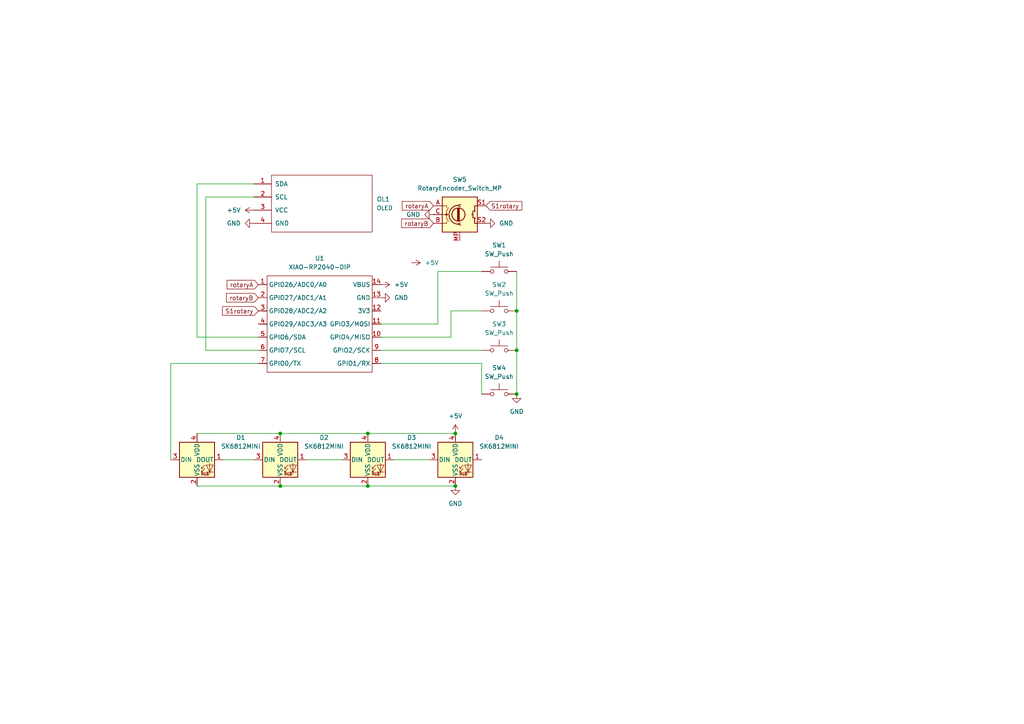
<source format=kicad_sch>
(kicad_sch
	(version 20250114)
	(generator "eeschema")
	(generator_version "9.0")
	(uuid "3fd7bcec-ee33-4edf-a332-b1b3e5baad33")
	(paper "A4")
	(lib_symbols
		(symbol "Device:RotaryEncoder_Switch_MP"
			(pin_names
				(offset 0.254)
				(hide yes)
			)
			(exclude_from_sim no)
			(in_bom yes)
			(on_board yes)
			(property "Reference" "SW"
				(at 0 8.89 0)
				(effects
					(font
						(size 1.27 1.27)
					)
				)
			)
			(property "Value" "RotaryEncoder_Switch_MP"
				(at 0 6.35 0)
				(effects
					(font
						(size 1.27 1.27)
					)
				)
			)
			(property "Footprint" ""
				(at -3.81 4.064 0)
				(effects
					(font
						(size 1.27 1.27)
					)
					(hide yes)
				)
			)
			(property "Datasheet" "~"
				(at 0 -12.7 0)
				(effects
					(font
						(size 1.27 1.27)
					)
					(hide yes)
				)
			)
			(property "Description" "Rotary encoder, dual channel, incremental quadrate outputs, with switch and MP Pin"
				(at 0 -15.24 0)
				(effects
					(font
						(size 1.27 1.27)
					)
					(hide yes)
				)
			)
			(property "ki_keywords" "rotary switch encoder switch push button"
				(at 0 0 0)
				(effects
					(font
						(size 1.27 1.27)
					)
					(hide yes)
				)
			)
			(property "ki_fp_filters" "RotaryEncoder*Switch*"
				(at 0 0 0)
				(effects
					(font
						(size 1.27 1.27)
					)
					(hide yes)
				)
			)
			(symbol "RotaryEncoder_Switch_MP_0_1"
				(rectangle
					(start -5.08 5.08)
					(end 5.08 -5.08)
					(stroke
						(width 0.254)
						(type default)
					)
					(fill
						(type background)
					)
				)
				(polyline
					(pts
						(xy -5.08 2.54) (xy -3.81 2.54) (xy -3.81 2.032)
					)
					(stroke
						(width 0)
						(type default)
					)
					(fill
						(type none)
					)
				)
				(polyline
					(pts
						(xy -5.08 0) (xy -3.81 0) (xy -3.81 -1.016) (xy -3.302 -2.032)
					)
					(stroke
						(width 0)
						(type default)
					)
					(fill
						(type none)
					)
				)
				(polyline
					(pts
						(xy -5.08 -2.54) (xy -3.81 -2.54) (xy -3.81 -2.032)
					)
					(stroke
						(width 0)
						(type default)
					)
					(fill
						(type none)
					)
				)
				(polyline
					(pts
						(xy -4.318 0) (xy -3.81 0) (xy -3.81 1.016) (xy -3.302 2.032)
					)
					(stroke
						(width 0)
						(type default)
					)
					(fill
						(type none)
					)
				)
				(circle
					(center -3.81 0)
					(radius 0.254)
					(stroke
						(width 0)
						(type default)
					)
					(fill
						(type outline)
					)
				)
				(polyline
					(pts
						(xy -0.635 -1.778) (xy -0.635 1.778)
					)
					(stroke
						(width 0.254)
						(type default)
					)
					(fill
						(type none)
					)
				)
				(circle
					(center -0.381 0)
					(radius 1.905)
					(stroke
						(width 0.254)
						(type default)
					)
					(fill
						(type none)
					)
				)
				(polyline
					(pts
						(xy -0.381 -1.778) (xy -0.381 1.778)
					)
					(stroke
						(width 0.254)
						(type default)
					)
					(fill
						(type none)
					)
				)
				(arc
					(start -0.381 -2.794)
					(mid -3.0988 -0.0635)
					(end -0.381 2.667)
					(stroke
						(width 0.254)
						(type default)
					)
					(fill
						(type none)
					)
				)
				(polyline
					(pts
						(xy -0.127 1.778) (xy -0.127 -1.778)
					)
					(stroke
						(width 0.254)
						(type default)
					)
					(fill
						(type none)
					)
				)
				(polyline
					(pts
						(xy 0.254 2.921) (xy -0.508 2.667) (xy 0.127 2.286)
					)
					(stroke
						(width 0.254)
						(type default)
					)
					(fill
						(type none)
					)
				)
				(polyline
					(pts
						(xy 0.254 -3.048) (xy -0.508 -2.794) (xy 0.127 -2.413)
					)
					(stroke
						(width 0.254)
						(type default)
					)
					(fill
						(type none)
					)
				)
				(polyline
					(pts
						(xy 3.81 1.016) (xy 3.81 -1.016)
					)
					(stroke
						(width 0.254)
						(type default)
					)
					(fill
						(type none)
					)
				)
				(polyline
					(pts
						(xy 3.81 0) (xy 3.429 0)
					)
					(stroke
						(width 0.254)
						(type default)
					)
					(fill
						(type none)
					)
				)
				(circle
					(center 4.318 1.016)
					(radius 0.127)
					(stroke
						(width 0.254)
						(type default)
					)
					(fill
						(type none)
					)
				)
				(circle
					(center 4.318 -1.016)
					(radius 0.127)
					(stroke
						(width 0.254)
						(type default)
					)
					(fill
						(type none)
					)
				)
				(polyline
					(pts
						(xy 5.08 2.54) (xy 4.318 2.54) (xy 4.318 1.016)
					)
					(stroke
						(width 0.254)
						(type default)
					)
					(fill
						(type none)
					)
				)
				(polyline
					(pts
						(xy 5.08 -2.54) (xy 4.318 -2.54) (xy 4.318 -1.016)
					)
					(stroke
						(width 0.254)
						(type default)
					)
					(fill
						(type none)
					)
				)
			)
			(symbol "RotaryEncoder_Switch_MP_1_1"
				(pin passive line
					(at -7.62 2.54 0)
					(length 2.54)
					(name "A"
						(effects
							(font
								(size 1.27 1.27)
							)
						)
					)
					(number "A"
						(effects
							(font
								(size 1.27 1.27)
							)
						)
					)
				)
				(pin passive line
					(at -7.62 0 0)
					(length 2.54)
					(name "C"
						(effects
							(font
								(size 1.27 1.27)
							)
						)
					)
					(number "C"
						(effects
							(font
								(size 1.27 1.27)
							)
						)
					)
				)
				(pin passive line
					(at -7.62 -2.54 0)
					(length 2.54)
					(name "B"
						(effects
							(font
								(size 1.27 1.27)
							)
						)
					)
					(number "B"
						(effects
							(font
								(size 1.27 1.27)
							)
						)
					)
				)
				(pin passive line
					(at 0 -7.62 90)
					(length 2.54)
					(name "MP"
						(effects
							(font
								(size 1.27 1.27)
							)
						)
					)
					(number "MP"
						(effects
							(font
								(size 1.27 1.27)
							)
						)
					)
				)
				(pin passive line
					(at 7.62 2.54 180)
					(length 2.54)
					(name "S1"
						(effects
							(font
								(size 1.27 1.27)
							)
						)
					)
					(number "S1"
						(effects
							(font
								(size 1.27 1.27)
							)
						)
					)
				)
				(pin passive line
					(at 7.62 -2.54 180)
					(length 2.54)
					(name "S2"
						(effects
							(font
								(size 1.27 1.27)
							)
						)
					)
					(number "S2"
						(effects
							(font
								(size 1.27 1.27)
							)
						)
					)
				)
			)
			(embedded_fonts no)
		)
		(symbol "LED:SK6812MINI"
			(pin_names
				(offset 0.254)
			)
			(exclude_from_sim no)
			(in_bom yes)
			(on_board yes)
			(property "Reference" "D"
				(at 5.08 5.715 0)
				(effects
					(font
						(size 1.27 1.27)
					)
					(justify right bottom)
				)
			)
			(property "Value" "SK6812MINI"
				(at 1.27 -5.715 0)
				(effects
					(font
						(size 1.27 1.27)
					)
					(justify left top)
				)
			)
			(property "Footprint" "LED_SMD:LED_SK6812MINI_PLCC4_3.5x3.5mm_P1.75mm"
				(at 1.27 -7.62 0)
				(effects
					(font
						(size 1.27 1.27)
					)
					(justify left top)
					(hide yes)
				)
			)
			(property "Datasheet" "https://cdn-shop.adafruit.com/product-files/2686/SK6812MINI_REV.01-1-2.pdf"
				(at 2.54 -9.525 0)
				(effects
					(font
						(size 1.27 1.27)
					)
					(justify left top)
					(hide yes)
				)
			)
			(property "Description" "RGB LED with integrated controller"
				(at 0 0 0)
				(effects
					(font
						(size 1.27 1.27)
					)
					(hide yes)
				)
			)
			(property "ki_keywords" "RGB LED NeoPixel Mini addressable"
				(at 0 0 0)
				(effects
					(font
						(size 1.27 1.27)
					)
					(hide yes)
				)
			)
			(property "ki_fp_filters" "LED*SK6812MINI*PLCC*3.5x3.5mm*P1.75mm*"
				(at 0 0 0)
				(effects
					(font
						(size 1.27 1.27)
					)
					(hide yes)
				)
			)
			(symbol "SK6812MINI_0_0"
				(text "RGB"
					(at 2.286 -4.191 0)
					(effects
						(font
							(size 0.762 0.762)
						)
					)
				)
			)
			(symbol "SK6812MINI_0_1"
				(polyline
					(pts
						(xy 1.27 -2.54) (xy 1.778 -2.54)
					)
					(stroke
						(width 0)
						(type default)
					)
					(fill
						(type none)
					)
				)
				(polyline
					(pts
						(xy 1.27 -3.556) (xy 1.778 -3.556)
					)
					(stroke
						(width 0)
						(type default)
					)
					(fill
						(type none)
					)
				)
				(polyline
					(pts
						(xy 2.286 -1.524) (xy 1.27 -2.54) (xy 1.27 -2.032)
					)
					(stroke
						(width 0)
						(type default)
					)
					(fill
						(type none)
					)
				)
				(polyline
					(pts
						(xy 2.286 -2.54) (xy 1.27 -3.556) (xy 1.27 -3.048)
					)
					(stroke
						(width 0)
						(type default)
					)
					(fill
						(type none)
					)
				)
				(polyline
					(pts
						(xy 3.683 -1.016) (xy 3.683 -3.556) (xy 3.683 -4.064)
					)
					(stroke
						(width 0)
						(type default)
					)
					(fill
						(type none)
					)
				)
				(polyline
					(pts
						(xy 4.699 -1.524) (xy 2.667 -1.524) (xy 3.683 -3.556) (xy 4.699 -1.524)
					)
					(stroke
						(width 0)
						(type default)
					)
					(fill
						(type none)
					)
				)
				(polyline
					(pts
						(xy 4.699 -3.556) (xy 2.667 -3.556)
					)
					(stroke
						(width 0)
						(type default)
					)
					(fill
						(type none)
					)
				)
				(rectangle
					(start 5.08 5.08)
					(end -5.08 -5.08)
					(stroke
						(width 0.254)
						(type default)
					)
					(fill
						(type background)
					)
				)
			)
			(symbol "SK6812MINI_1_1"
				(pin input line
					(at -7.62 0 0)
					(length 2.54)
					(name "DIN"
						(effects
							(font
								(size 1.27 1.27)
							)
						)
					)
					(number "3"
						(effects
							(font
								(size 1.27 1.27)
							)
						)
					)
				)
				(pin power_in line
					(at 0 7.62 270)
					(length 2.54)
					(name "VDD"
						(effects
							(font
								(size 1.27 1.27)
							)
						)
					)
					(number "4"
						(effects
							(font
								(size 1.27 1.27)
							)
						)
					)
				)
				(pin power_in line
					(at 0 -7.62 90)
					(length 2.54)
					(name "VSS"
						(effects
							(font
								(size 1.27 1.27)
							)
						)
					)
					(number "2"
						(effects
							(font
								(size 1.27 1.27)
							)
						)
					)
				)
				(pin output line
					(at 7.62 0 180)
					(length 2.54)
					(name "DOUT"
						(effects
							(font
								(size 1.27 1.27)
							)
						)
					)
					(number "1"
						(effects
							(font
								(size 1.27 1.27)
							)
						)
					)
				)
			)
			(embedded_fonts no)
		)
		(symbol "Seeed_Studio_XIAO_Series:XIAO-RP2040-DIP"
			(exclude_from_sim no)
			(in_bom yes)
			(on_board yes)
			(property "Reference" "U"
				(at 0 0 0)
				(effects
					(font
						(size 1.27 1.27)
					)
				)
			)
			(property "Value" "XIAO-RP2040-DIP"
				(at 5.334 -1.778 0)
				(effects
					(font
						(size 1.27 1.27)
					)
				)
			)
			(property "Footprint" "Module:MOUDLE14P-XIAO-DIP-SMD"
				(at 14.478 -32.258 0)
				(effects
					(font
						(size 1.27 1.27)
					)
					(hide yes)
				)
			)
			(property "Datasheet" ""
				(at 0 0 0)
				(effects
					(font
						(size 1.27 1.27)
					)
					(hide yes)
				)
			)
			(property "Description" ""
				(at 0 0 0)
				(effects
					(font
						(size 1.27 1.27)
					)
					(hide yes)
				)
			)
			(symbol "XIAO-RP2040-DIP_1_0"
				(polyline
					(pts
						(xy -1.27 -2.54) (xy 29.21 -2.54)
					)
					(stroke
						(width 0.1524)
						(type solid)
					)
					(fill
						(type none)
					)
				)
				(polyline
					(pts
						(xy -1.27 -5.08) (xy -2.54 -5.08)
					)
					(stroke
						(width 0.1524)
						(type solid)
					)
					(fill
						(type none)
					)
				)
				(polyline
					(pts
						(xy -1.27 -5.08) (xy -1.27 -2.54)
					)
					(stroke
						(width 0.1524)
						(type solid)
					)
					(fill
						(type none)
					)
				)
				(polyline
					(pts
						(xy -1.27 -8.89) (xy -2.54 -8.89)
					)
					(stroke
						(width 0.1524)
						(type solid)
					)
					(fill
						(type none)
					)
				)
				(polyline
					(pts
						(xy -1.27 -8.89) (xy -1.27 -5.08)
					)
					(stroke
						(width 0.1524)
						(type solid)
					)
					(fill
						(type none)
					)
				)
				(polyline
					(pts
						(xy -1.27 -12.7) (xy -2.54 -12.7)
					)
					(stroke
						(width 0.1524)
						(type solid)
					)
					(fill
						(type none)
					)
				)
				(polyline
					(pts
						(xy -1.27 -12.7) (xy -1.27 -8.89)
					)
					(stroke
						(width 0.1524)
						(type solid)
					)
					(fill
						(type none)
					)
				)
				(polyline
					(pts
						(xy -1.27 -16.51) (xy -2.54 -16.51)
					)
					(stroke
						(width 0.1524)
						(type solid)
					)
					(fill
						(type none)
					)
				)
				(polyline
					(pts
						(xy -1.27 -16.51) (xy -1.27 -12.7)
					)
					(stroke
						(width 0.1524)
						(type solid)
					)
					(fill
						(type none)
					)
				)
				(polyline
					(pts
						(xy -1.27 -20.32) (xy -2.54 -20.32)
					)
					(stroke
						(width 0.1524)
						(type solid)
					)
					(fill
						(type none)
					)
				)
				(polyline
					(pts
						(xy -1.27 -24.13) (xy -2.54 -24.13)
					)
					(stroke
						(width 0.1524)
						(type solid)
					)
					(fill
						(type none)
					)
				)
				(polyline
					(pts
						(xy -1.27 -27.94) (xy -2.54 -27.94)
					)
					(stroke
						(width 0.1524)
						(type solid)
					)
					(fill
						(type none)
					)
				)
				(polyline
					(pts
						(xy -1.27 -30.48) (xy -1.27 -16.51)
					)
					(stroke
						(width 0.1524)
						(type solid)
					)
					(fill
						(type none)
					)
				)
				(polyline
					(pts
						(xy 29.21 -2.54) (xy 29.21 -5.08)
					)
					(stroke
						(width 0.1524)
						(type solid)
					)
					(fill
						(type none)
					)
				)
				(polyline
					(pts
						(xy 29.21 -5.08) (xy 29.21 -8.89)
					)
					(stroke
						(width 0.1524)
						(type solid)
					)
					(fill
						(type none)
					)
				)
				(polyline
					(pts
						(xy 29.21 -8.89) (xy 29.21 -12.7)
					)
					(stroke
						(width 0.1524)
						(type solid)
					)
					(fill
						(type none)
					)
				)
				(polyline
					(pts
						(xy 29.21 -12.7) (xy 29.21 -30.48)
					)
					(stroke
						(width 0.1524)
						(type solid)
					)
					(fill
						(type none)
					)
				)
				(polyline
					(pts
						(xy 29.21 -30.48) (xy -1.27 -30.48)
					)
					(stroke
						(width 0.1524)
						(type solid)
					)
					(fill
						(type none)
					)
				)
				(polyline
					(pts
						(xy 30.48 -5.08) (xy 29.21 -5.08)
					)
					(stroke
						(width 0.1524)
						(type solid)
					)
					(fill
						(type none)
					)
				)
				(polyline
					(pts
						(xy 30.48 -8.89) (xy 29.21 -8.89)
					)
					(stroke
						(width 0.1524)
						(type solid)
					)
					(fill
						(type none)
					)
				)
				(polyline
					(pts
						(xy 30.48 -12.7) (xy 29.21 -12.7)
					)
					(stroke
						(width 0.1524)
						(type solid)
					)
					(fill
						(type none)
					)
				)
				(polyline
					(pts
						(xy 30.48 -16.51) (xy 29.21 -16.51)
					)
					(stroke
						(width 0.1524)
						(type solid)
					)
					(fill
						(type none)
					)
				)
				(polyline
					(pts
						(xy 30.48 -20.32) (xy 29.21 -20.32)
					)
					(stroke
						(width 0.1524)
						(type solid)
					)
					(fill
						(type none)
					)
				)
				(polyline
					(pts
						(xy 30.48 -24.13) (xy 29.21 -24.13)
					)
					(stroke
						(width 0.1524)
						(type solid)
					)
					(fill
						(type none)
					)
				)
				(polyline
					(pts
						(xy 30.48 -27.94) (xy 29.21 -27.94)
					)
					(stroke
						(width 0.1524)
						(type solid)
					)
					(fill
						(type none)
					)
				)
				(pin passive line
					(at -3.81 -5.08 0)
					(length 2.54)
					(name "GPIO26/ADC0/A0"
						(effects
							(font
								(size 1.27 1.27)
							)
						)
					)
					(number "1"
						(effects
							(font
								(size 1.27 1.27)
							)
						)
					)
				)
				(pin passive line
					(at -3.81 -8.89 0)
					(length 2.54)
					(name "GPIO27/ADC1/A1"
						(effects
							(font
								(size 1.27 1.27)
							)
						)
					)
					(number "2"
						(effects
							(font
								(size 1.27 1.27)
							)
						)
					)
				)
				(pin passive line
					(at -3.81 -12.7 0)
					(length 2.54)
					(name "GPIO28/ADC2/A2"
						(effects
							(font
								(size 1.27 1.27)
							)
						)
					)
					(number "3"
						(effects
							(font
								(size 1.27 1.27)
							)
						)
					)
				)
				(pin passive line
					(at -3.81 -16.51 0)
					(length 2.54)
					(name "GPIO29/ADC3/A3"
						(effects
							(font
								(size 1.27 1.27)
							)
						)
					)
					(number "4"
						(effects
							(font
								(size 1.27 1.27)
							)
						)
					)
				)
				(pin passive line
					(at -3.81 -20.32 0)
					(length 2.54)
					(name "GPIO6/SDA"
						(effects
							(font
								(size 1.27 1.27)
							)
						)
					)
					(number "5"
						(effects
							(font
								(size 1.27 1.27)
							)
						)
					)
				)
				(pin passive line
					(at -3.81 -24.13 0)
					(length 2.54)
					(name "GPIO7/SCL"
						(effects
							(font
								(size 1.27 1.27)
							)
						)
					)
					(number "6"
						(effects
							(font
								(size 1.27 1.27)
							)
						)
					)
				)
				(pin passive line
					(at -3.81 -27.94 0)
					(length 2.54)
					(name "GPIO0/TX"
						(effects
							(font
								(size 1.27 1.27)
							)
						)
					)
					(number "7"
						(effects
							(font
								(size 1.27 1.27)
							)
						)
					)
				)
				(pin passive line
					(at 31.75 -5.08 180)
					(length 2.54)
					(name "VBUS"
						(effects
							(font
								(size 1.27 1.27)
							)
						)
					)
					(number "14"
						(effects
							(font
								(size 1.27 1.27)
							)
						)
					)
				)
				(pin passive line
					(at 31.75 -8.89 180)
					(length 2.54)
					(name "GND"
						(effects
							(font
								(size 1.27 1.27)
							)
						)
					)
					(number "13"
						(effects
							(font
								(size 1.27 1.27)
							)
						)
					)
				)
				(pin passive line
					(at 31.75 -12.7 180)
					(length 2.54)
					(name "3V3"
						(effects
							(font
								(size 1.27 1.27)
							)
						)
					)
					(number "12"
						(effects
							(font
								(size 1.27 1.27)
							)
						)
					)
				)
				(pin passive line
					(at 31.75 -16.51 180)
					(length 2.54)
					(name "GPIO3/MOSI"
						(effects
							(font
								(size 1.27 1.27)
							)
						)
					)
					(number "11"
						(effects
							(font
								(size 1.27 1.27)
							)
						)
					)
				)
				(pin passive line
					(at 31.75 -20.32 180)
					(length 2.54)
					(name "GPIO4/MISO"
						(effects
							(font
								(size 1.27 1.27)
							)
						)
					)
					(number "10"
						(effects
							(font
								(size 1.27 1.27)
							)
						)
					)
				)
				(pin passive line
					(at 31.75 -24.13 180)
					(length 2.54)
					(name "GPIO2/SCK"
						(effects
							(font
								(size 1.27 1.27)
							)
						)
					)
					(number "9"
						(effects
							(font
								(size 1.27 1.27)
							)
						)
					)
				)
				(pin passive line
					(at 31.75 -27.94 180)
					(length 2.54)
					(name "GPIO1/RX"
						(effects
							(font
								(size 1.27 1.27)
							)
						)
					)
					(number "8"
						(effects
							(font
								(size 1.27 1.27)
							)
						)
					)
				)
			)
			(embedded_fonts no)
		)
		(symbol "Switch:SW_Push"
			(pin_numbers
				(hide yes)
			)
			(pin_names
				(offset 1.016)
				(hide yes)
			)
			(exclude_from_sim no)
			(in_bom yes)
			(on_board yes)
			(property "Reference" "SW"
				(at 1.27 2.54 0)
				(effects
					(font
						(size 1.27 1.27)
					)
					(justify left)
				)
			)
			(property "Value" "SW_Push"
				(at 0 -1.524 0)
				(effects
					(font
						(size 1.27 1.27)
					)
				)
			)
			(property "Footprint" ""
				(at 0 5.08 0)
				(effects
					(font
						(size 1.27 1.27)
					)
					(hide yes)
				)
			)
			(property "Datasheet" "~"
				(at 0 5.08 0)
				(effects
					(font
						(size 1.27 1.27)
					)
					(hide yes)
				)
			)
			(property "Description" "Push button switch, generic, two pins"
				(at 0 0 0)
				(effects
					(font
						(size 1.27 1.27)
					)
					(hide yes)
				)
			)
			(property "ki_keywords" "switch normally-open pushbutton push-button"
				(at 0 0 0)
				(effects
					(font
						(size 1.27 1.27)
					)
					(hide yes)
				)
			)
			(symbol "SW_Push_0_1"
				(circle
					(center -2.032 0)
					(radius 0.508)
					(stroke
						(width 0)
						(type default)
					)
					(fill
						(type none)
					)
				)
				(polyline
					(pts
						(xy 0 1.27) (xy 0 3.048)
					)
					(stroke
						(width 0)
						(type default)
					)
					(fill
						(type none)
					)
				)
				(circle
					(center 2.032 0)
					(radius 0.508)
					(stroke
						(width 0)
						(type default)
					)
					(fill
						(type none)
					)
				)
				(polyline
					(pts
						(xy 2.54 1.27) (xy -2.54 1.27)
					)
					(stroke
						(width 0)
						(type default)
					)
					(fill
						(type none)
					)
				)
				(pin passive line
					(at -5.08 0 0)
					(length 2.54)
					(name "1"
						(effects
							(font
								(size 1.27 1.27)
							)
						)
					)
					(number "1"
						(effects
							(font
								(size 1.27 1.27)
							)
						)
					)
				)
				(pin passive line
					(at 5.08 0 180)
					(length 2.54)
					(name "2"
						(effects
							(font
								(size 1.27 1.27)
							)
						)
					)
					(number "2"
						(effects
							(font
								(size 1.27 1.27)
							)
						)
					)
				)
			)
			(embedded_fonts no)
		)
		(symbol "kbd:OLED"
			(pin_names
				(offset 1.016)
			)
			(exclude_from_sim no)
			(in_bom yes)
			(on_board yes)
			(property "Reference" "OL"
				(at 0 2.54 0)
				(effects
					(font
						(size 1.2954 1.2954)
					)
				)
			)
			(property "Value" "OLED"
				(at 0 -1.27 0)
				(effects
					(font
						(size 1.1938 1.1938)
					)
				)
			)
			(property "Footprint" ""
				(at 0 2.54 0)
				(effects
					(font
						(size 1.524 1.524)
					)
					(hide yes)
				)
			)
			(property "Datasheet" ""
				(at 0 2.54 0)
				(effects
					(font
						(size 1.524 1.524)
					)
					(hide yes)
				)
			)
			(property "Description" ""
				(at 0 0 0)
				(effects
					(font
						(size 1.27 1.27)
					)
					(hide yes)
				)
			)
			(symbol "OLED_0_1"
				(rectangle
					(start -13.97 8.89)
					(end 15.24 -7.62)
					(stroke
						(width 0)
						(type solid)
					)
					(fill
						(type none)
					)
				)
			)
			(symbol "OLED_1_1"
				(pin bidirectional line
					(at -19.05 6.35 0)
					(length 5.08)
					(name "SDA"
						(effects
							(font
								(size 1.27 1.27)
							)
						)
					)
					(number "1"
						(effects
							(font
								(size 1.27 1.27)
							)
						)
					)
				)
				(pin bidirectional line
					(at -19.05 2.54 0)
					(length 5.08)
					(name "SCL"
						(effects
							(font
								(size 1.27 1.27)
							)
						)
					)
					(number "2"
						(effects
							(font
								(size 1.27 1.27)
							)
						)
					)
				)
				(pin power_in line
					(at -19.05 -1.27 0)
					(length 5.08)
					(name "VCC"
						(effects
							(font
								(size 1.27 1.27)
							)
						)
					)
					(number "3"
						(effects
							(font
								(size 1.27 1.27)
							)
						)
					)
				)
				(pin power_in line
					(at -19.05 -5.08 0)
					(length 5.08)
					(name "GND"
						(effects
							(font
								(size 1.27 1.27)
							)
						)
					)
					(number "4"
						(effects
							(font
								(size 1.27 1.27)
							)
						)
					)
				)
			)
			(embedded_fonts no)
		)
		(symbol "power:+5V"
			(power)
			(pin_numbers
				(hide yes)
			)
			(pin_names
				(offset 0)
				(hide yes)
			)
			(exclude_from_sim no)
			(in_bom yes)
			(on_board yes)
			(property "Reference" "#PWR"
				(at 0 -3.81 0)
				(effects
					(font
						(size 1.27 1.27)
					)
					(hide yes)
				)
			)
			(property "Value" "+5V"
				(at 0 3.556 0)
				(effects
					(font
						(size 1.27 1.27)
					)
				)
			)
			(property "Footprint" ""
				(at 0 0 0)
				(effects
					(font
						(size 1.27 1.27)
					)
					(hide yes)
				)
			)
			(property "Datasheet" ""
				(at 0 0 0)
				(effects
					(font
						(size 1.27 1.27)
					)
					(hide yes)
				)
			)
			(property "Description" "Power symbol creates a global label with name \"+5V\""
				(at 0 0 0)
				(effects
					(font
						(size 1.27 1.27)
					)
					(hide yes)
				)
			)
			(property "ki_keywords" "global power"
				(at 0 0 0)
				(effects
					(font
						(size 1.27 1.27)
					)
					(hide yes)
				)
			)
			(symbol "+5V_0_1"
				(polyline
					(pts
						(xy -0.762 1.27) (xy 0 2.54)
					)
					(stroke
						(width 0)
						(type default)
					)
					(fill
						(type none)
					)
				)
				(polyline
					(pts
						(xy 0 2.54) (xy 0.762 1.27)
					)
					(stroke
						(width 0)
						(type default)
					)
					(fill
						(type none)
					)
				)
				(polyline
					(pts
						(xy 0 0) (xy 0 2.54)
					)
					(stroke
						(width 0)
						(type default)
					)
					(fill
						(type none)
					)
				)
			)
			(symbol "+5V_1_1"
				(pin power_in line
					(at 0 0 90)
					(length 0)
					(name "~"
						(effects
							(font
								(size 1.27 1.27)
							)
						)
					)
					(number "1"
						(effects
							(font
								(size 1.27 1.27)
							)
						)
					)
				)
			)
			(embedded_fonts no)
		)
		(symbol "power:GND"
			(power)
			(pin_numbers
				(hide yes)
			)
			(pin_names
				(offset 0)
				(hide yes)
			)
			(exclude_from_sim no)
			(in_bom yes)
			(on_board yes)
			(property "Reference" "#PWR"
				(at 0 -6.35 0)
				(effects
					(font
						(size 1.27 1.27)
					)
					(hide yes)
				)
			)
			(property "Value" "GND"
				(at 0 -3.81 0)
				(effects
					(font
						(size 1.27 1.27)
					)
				)
			)
			(property "Footprint" ""
				(at 0 0 0)
				(effects
					(font
						(size 1.27 1.27)
					)
					(hide yes)
				)
			)
			(property "Datasheet" ""
				(at 0 0 0)
				(effects
					(font
						(size 1.27 1.27)
					)
					(hide yes)
				)
			)
			(property "Description" "Power symbol creates a global label with name \"GND\" , ground"
				(at 0 0 0)
				(effects
					(font
						(size 1.27 1.27)
					)
					(hide yes)
				)
			)
			(property "ki_keywords" "global power"
				(at 0 0 0)
				(effects
					(font
						(size 1.27 1.27)
					)
					(hide yes)
				)
			)
			(symbol "GND_0_1"
				(polyline
					(pts
						(xy 0 0) (xy 0 -1.27) (xy 1.27 -1.27) (xy 0 -2.54) (xy -1.27 -1.27) (xy 0 -1.27)
					)
					(stroke
						(width 0)
						(type default)
					)
					(fill
						(type none)
					)
				)
			)
			(symbol "GND_1_1"
				(pin power_in line
					(at 0 0 270)
					(length 0)
					(name "~"
						(effects
							(font
								(size 1.27 1.27)
							)
						)
					)
					(number "1"
						(effects
							(font
								(size 1.27 1.27)
							)
						)
					)
				)
			)
			(embedded_fonts no)
		)
	)
	(junction
		(at 132.08 140.97)
		(diameter 0)
		(color 0 0 0 0)
		(uuid "02dbd0c7-f46b-4ea6-a705-60a331a66924")
	)
	(junction
		(at 149.86 90.17)
		(diameter 0)
		(color 0 0 0 0)
		(uuid "5a3127a9-0a25-4b58-abdf-ab0a2b773ceb")
	)
	(junction
		(at 106.68 125.73)
		(diameter 0)
		(color 0 0 0 0)
		(uuid "80c7e0f0-f179-43f9-9ee3-a9b620a553d1")
	)
	(junction
		(at 149.86 114.3)
		(diameter 0)
		(color 0 0 0 0)
		(uuid "9d06694a-0f63-4989-882f-868030b34e8d")
	)
	(junction
		(at 81.28 125.73)
		(diameter 0)
		(color 0 0 0 0)
		(uuid "9fac50f3-c395-4f18-a587-9bc730e11ed9")
	)
	(junction
		(at 132.08 125.73)
		(diameter 0)
		(color 0 0 0 0)
		(uuid "a104e482-9518-4ece-b652-50769c3da190")
	)
	(junction
		(at 106.68 140.97)
		(diameter 0)
		(color 0 0 0 0)
		(uuid "b98d3812-ac72-4b80-8984-e7460b28983f")
	)
	(junction
		(at 149.86 101.6)
		(diameter 0)
		(color 0 0 0 0)
		(uuid "c817e7dd-09f8-4d37-a2d6-627b1e9a64e3")
	)
	(junction
		(at 81.28 140.97)
		(diameter 0)
		(color 0 0 0 0)
		(uuid "f2976335-ffd5-412c-855d-467dea46d779")
	)
	(wire
		(pts
			(xy 81.28 140.97) (xy 106.68 140.97)
		)
		(stroke
			(width 0)
			(type default)
		)
		(uuid "0efd3906-08a5-412b-86e5-03f3e4cde557")
	)
	(wire
		(pts
			(xy 81.28 125.73) (xy 106.68 125.73)
		)
		(stroke
			(width 0)
			(type default)
		)
		(uuid "195b1297-2d5c-4c83-aafa-a2e99adc790b")
	)
	(wire
		(pts
			(xy 74.93 105.41) (xy 49.53 105.41)
		)
		(stroke
			(width 0)
			(type default)
		)
		(uuid "1bd3f550-5db3-43b6-8640-6584cd3503a9")
	)
	(wire
		(pts
			(xy 64.77 133.35) (xy 73.66 133.35)
		)
		(stroke
			(width 0)
			(type default)
		)
		(uuid "1e7bdb99-9ad5-474f-ab60-2f6797043e18")
	)
	(wire
		(pts
			(xy 106.68 125.73) (xy 132.08 125.73)
		)
		(stroke
			(width 0)
			(type default)
		)
		(uuid "238b4adb-3e6f-4c27-8967-9bd091e655b1")
	)
	(wire
		(pts
			(xy 130.81 90.17) (xy 130.81 97.79)
		)
		(stroke
			(width 0)
			(type default)
		)
		(uuid "2b5b3286-7dca-4d13-b2f8-a51db74bd055")
	)
	(wire
		(pts
			(xy 127 78.74) (xy 127 93.98)
		)
		(stroke
			(width 0)
			(type default)
		)
		(uuid "2d4ad2a5-ef0e-4c0f-ad71-8a7a68b6e650")
	)
	(wire
		(pts
			(xy 149.86 90.17) (xy 149.86 101.6)
		)
		(stroke
			(width 0)
			(type default)
		)
		(uuid "2f8e8209-8491-4cbb-ad9d-b5ef2a4974f6")
	)
	(wire
		(pts
			(xy 139.7 90.17) (xy 130.81 90.17)
		)
		(stroke
			(width 0)
			(type default)
		)
		(uuid "3f80be47-e851-4ec8-a37e-52aebfee2744")
	)
	(wire
		(pts
			(xy 114.3 133.35) (xy 124.46 133.35)
		)
		(stroke
			(width 0)
			(type default)
		)
		(uuid "47e67c0f-1b38-452f-91fd-764475cd47d5")
	)
	(wire
		(pts
			(xy 110.49 101.6) (xy 139.7 101.6)
		)
		(stroke
			(width 0)
			(type default)
		)
		(uuid "4a7d443c-3d34-4196-a25d-5287470a8d1f")
	)
	(wire
		(pts
			(xy 106.68 140.97) (xy 132.08 140.97)
		)
		(stroke
			(width 0)
			(type default)
		)
		(uuid "57eca5b5-3f54-4d59-8c1e-1b472456f8e9")
	)
	(wire
		(pts
			(xy 57.15 53.34) (xy 73.66 53.34)
		)
		(stroke
			(width 0)
			(type default)
		)
		(uuid "6ea85de2-5c9c-4a24-9b0c-624099552b63")
	)
	(wire
		(pts
			(xy 110.49 97.79) (xy 130.81 97.79)
		)
		(stroke
			(width 0)
			(type default)
		)
		(uuid "7184b428-dd26-41a9-a5be-c0509ec8600c")
	)
	(wire
		(pts
			(xy 57.15 140.97) (xy 81.28 140.97)
		)
		(stroke
			(width 0)
			(type default)
		)
		(uuid "7dd73550-be52-4c6b-ad5e-7e40c1b2b07a")
	)
	(wire
		(pts
			(xy 57.15 97.79) (xy 57.15 53.34)
		)
		(stroke
			(width 0)
			(type default)
		)
		(uuid "8353cfcc-dd56-4590-a3dd-bc8dd6662402")
	)
	(wire
		(pts
			(xy 149.86 101.6) (xy 149.86 114.3)
		)
		(stroke
			(width 0)
			(type default)
		)
		(uuid "862efe95-da14-4a37-b360-854286cd046f")
	)
	(wire
		(pts
			(xy 74.93 97.79) (xy 57.15 97.79)
		)
		(stroke
			(width 0)
			(type default)
		)
		(uuid "8e58c5a7-405b-415c-af7d-75c66f3d1eeb")
	)
	(wire
		(pts
			(xy 139.7 114.3) (xy 139.7 105.41)
		)
		(stroke
			(width 0)
			(type default)
		)
		(uuid "90b92497-9e72-4e96-8de4-ecead33bea89")
	)
	(wire
		(pts
			(xy 88.9 133.35) (xy 99.06 133.35)
		)
		(stroke
			(width 0)
			(type default)
		)
		(uuid "993d0b14-274d-41c7-ad01-5d4144bc6f7c")
	)
	(wire
		(pts
			(xy 57.15 125.73) (xy 81.28 125.73)
		)
		(stroke
			(width 0)
			(type default)
		)
		(uuid "9eed2dc0-45d6-4774-a96c-7d8e9a13c442")
	)
	(wire
		(pts
			(xy 139.7 105.41) (xy 110.49 105.41)
		)
		(stroke
			(width 0)
			(type default)
		)
		(uuid "b7731eb1-9b75-45d2-acb4-252370984008")
	)
	(wire
		(pts
			(xy 110.49 93.98) (xy 127 93.98)
		)
		(stroke
			(width 0)
			(type default)
		)
		(uuid "c74a154c-3360-4a0d-b8f8-bb9cd6a8d9c3")
	)
	(wire
		(pts
			(xy 59.69 101.6) (xy 74.93 101.6)
		)
		(stroke
			(width 0)
			(type default)
		)
		(uuid "ce6eb5ce-e441-4f7d-b953-46bfbfc35d87")
	)
	(wire
		(pts
			(xy 139.7 78.74) (xy 127 78.74)
		)
		(stroke
			(width 0)
			(type default)
		)
		(uuid "db815cb8-1e6d-455c-afa6-33ed35f43654")
	)
	(wire
		(pts
			(xy 149.86 78.74) (xy 149.86 90.17)
		)
		(stroke
			(width 0)
			(type default)
		)
		(uuid "e51ebf53-ea0b-4b9f-a905-80a15cdda702")
	)
	(wire
		(pts
			(xy 49.53 105.41) (xy 49.53 133.35)
		)
		(stroke
			(width 0)
			(type default)
		)
		(uuid "e9b55515-67bc-45f8-8f38-101b7d6f2337")
	)
	(wire
		(pts
			(xy 59.69 57.15) (xy 59.69 101.6)
		)
		(stroke
			(width 0)
			(type default)
		)
		(uuid "f0fc2421-7992-4006-b508-78d94b8963a4")
	)
	(wire
		(pts
			(xy 73.66 57.15) (xy 59.69 57.15)
		)
		(stroke
			(width 0)
			(type default)
		)
		(uuid "fce80e52-6541-4e97-a2e8-56c2bf02f26f")
	)
	(global_label "S1rotary"
		(shape input)
		(at 74.93 90.17 180)
		(fields_autoplaced yes)
		(effects
			(font
				(size 1.27 1.27)
			)
			(justify right)
		)
		(uuid "6a616838-a974-46a6-a3bd-3c1bb65a4a10")
		(property "Intersheetrefs" "${INTERSHEET_REFS}"
			(at 63.9621 90.17 0)
			(effects
				(font
					(size 1.27 1.27)
				)
				(justify right)
				(hide yes)
			)
		)
	)
	(global_label "rotaryA"
		(shape input)
		(at 74.93 82.55 180)
		(fields_autoplaced yes)
		(effects
			(font
				(size 1.27 1.27)
			)
			(justify right)
		)
		(uuid "71098ab6-e3e3-40b0-b491-08d4f7e72499")
		(property "Intersheetrefs" "${INTERSHEET_REFS}"
			(at 65.2925 82.55 0)
			(effects
				(font
					(size 1.27 1.27)
				)
				(justify right)
				(hide yes)
			)
		)
	)
	(global_label "rotaryB"
		(shape input)
		(at 125.73 64.77 180)
		(fields_autoplaced yes)
		(effects
			(font
				(size 1.27 1.27)
			)
			(justify right)
		)
		(uuid "d43aadac-f6b3-43d5-aaaa-6ff470e4c36b")
		(property "Intersheetrefs" "${INTERSHEET_REFS}"
			(at 115.9111 64.77 0)
			(effects
				(font
					(size 1.27 1.27)
				)
				(justify right)
				(hide yes)
			)
		)
	)
	(global_label "rotaryA"
		(shape input)
		(at 125.73 59.69 180)
		(fields_autoplaced yes)
		(effects
			(font
				(size 1.27 1.27)
			)
			(justify right)
		)
		(uuid "d4cb5efa-b0ca-4fa7-9d11-080b75718445")
		(property "Intersheetrefs" "${INTERSHEET_REFS}"
			(at 116.0925 59.69 0)
			(effects
				(font
					(size 1.27 1.27)
				)
				(justify right)
				(hide yes)
			)
		)
	)
	(global_label "rotaryB"
		(shape input)
		(at 74.93 86.36 180)
		(fields_autoplaced yes)
		(effects
			(font
				(size 1.27 1.27)
			)
			(justify right)
		)
		(uuid "e6efab92-ba9f-463a-9229-2e344fc55d28")
		(property "Intersheetrefs" "${INTERSHEET_REFS}"
			(at 65.1111 86.36 0)
			(effects
				(font
					(size 1.27 1.27)
				)
				(justify right)
				(hide yes)
			)
		)
	)
	(global_label "S1rotary"
		(shape input)
		(at 140.97 59.69 0)
		(fields_autoplaced yes)
		(effects
			(font
				(size 1.27 1.27)
			)
			(justify left)
		)
		(uuid "ef34dc8b-ae19-4e47-8755-6f7d5e2c6846")
		(property "Intersheetrefs" "${INTERSHEET_REFS}"
			(at 151.9379 59.69 0)
			(effects
				(font
					(size 1.27 1.27)
				)
				(justify left)
				(hide yes)
			)
		)
	)
	(symbol
		(lib_id "power:GND")
		(at 73.66 64.77 270)
		(unit 1)
		(exclude_from_sim no)
		(in_bom yes)
		(on_board yes)
		(dnp no)
		(fields_autoplaced yes)
		(uuid "0d09b10d-eee2-4816-9e64-f4e87c821907")
		(property "Reference" "#PWR01"
			(at 67.31 64.77 0)
			(effects
				(font
					(size 1.27 1.27)
				)
				(hide yes)
			)
		)
		(property "Value" "GND"
			(at 69.85 64.7699 90)
			(effects
				(font
					(size 1.27 1.27)
				)
				(justify right)
			)
		)
		(property "Footprint" ""
			(at 73.66 64.77 0)
			(effects
				(font
					(size 1.27 1.27)
				)
				(hide yes)
			)
		)
		(property "Datasheet" ""
			(at 73.66 64.77 0)
			(effects
				(font
					(size 1.27 1.27)
				)
				(hide yes)
			)
		)
		(property "Description" "Power symbol creates a global label with name \"GND\" , ground"
			(at 73.66 64.77 0)
			(effects
				(font
					(size 1.27 1.27)
				)
				(hide yes)
			)
		)
		(pin "1"
			(uuid "24ceede2-9d2e-4135-8a55-0ea64a80ba91")
		)
		(instances
			(project ""
				(path "/3fd7bcec-ee33-4edf-a332-b1b3e5baad33"
					(reference "#PWR01")
					(unit 1)
				)
			)
		)
	)
	(symbol
		(lib_id "Switch:SW_Push")
		(at 144.78 114.3 0)
		(unit 1)
		(exclude_from_sim no)
		(in_bom yes)
		(on_board yes)
		(dnp no)
		(fields_autoplaced yes)
		(uuid "0f4f55a0-c9ea-4d32-83ce-20ef22ddecc6")
		(property "Reference" "SW4"
			(at 144.78 106.68 0)
			(effects
				(font
					(size 1.27 1.27)
				)
			)
		)
		(property "Value" "SW_Push"
			(at 144.78 109.22 0)
			(effects
				(font
					(size 1.27 1.27)
				)
			)
		)
		(property "Footprint" "Button_Switch_Keyboard:SW_Cherry_MX_1.00u_PCB_3D"
			(at 144.78 109.22 0)
			(effects
				(font
					(size 1.27 1.27)
				)
				(hide yes)
			)
		)
		(property "Datasheet" "~"
			(at 144.78 109.22 0)
			(effects
				(font
					(size 1.27 1.27)
				)
				(hide yes)
			)
		)
		(property "Description" "Push button switch, generic, two pins"
			(at 144.78 114.3 0)
			(effects
				(font
					(size 1.27 1.27)
				)
				(hide yes)
			)
		)
		(pin "2"
			(uuid "573ac533-894e-41c3-80b3-71acc7bf37f6")
		)
		(pin "1"
			(uuid "4074a7a7-8179-46ea-a108-0353e189e486")
		)
		(instances
			(project ""
				(path "/3fd7bcec-ee33-4edf-a332-b1b3e5baad33"
					(reference "SW4")
					(unit 1)
				)
			)
		)
	)
	(symbol
		(lib_id "LED:SK6812MINI")
		(at 81.28 133.35 0)
		(unit 1)
		(exclude_from_sim no)
		(in_bom yes)
		(on_board yes)
		(dnp no)
		(fields_autoplaced yes)
		(uuid "3370ac53-8c2d-43cf-a651-f6c3ada55f55")
		(property "Reference" "D2"
			(at 93.98 126.9298 0)
			(effects
				(font
					(size 1.27 1.27)
				)
			)
		)
		(property "Value" "SK6812MINI"
			(at 93.98 129.4698 0)
			(effects
				(font
					(size 1.27 1.27)
				)
			)
		)
		(property "Footprint" "LED_SMD:LED_SK6812MINI_PLCC4_3.5x3.5mm_P1.75mm_3D"
			(at 82.55 140.97 0)
			(effects
				(font
					(size 1.27 1.27)
				)
				(justify left top)
				(hide yes)
			)
		)
		(property "Datasheet" "https://cdn-shop.adafruit.com/product-files/2686/SK6812MINI_REV.01-1-2.pdf"
			(at 83.82 142.875 0)
			(effects
				(font
					(size 1.27 1.27)
				)
				(justify left top)
				(hide yes)
			)
		)
		(property "Description" "RGB LED with integrated controller"
			(at 81.28 133.35 0)
			(effects
				(font
					(size 1.27 1.27)
				)
				(hide yes)
			)
		)
		(pin "1"
			(uuid "3c26c295-dcf4-496e-a766-5629a62ae745")
		)
		(pin "3"
			(uuid "9cda1240-a746-450d-b2b8-54ef7d5c17a4")
		)
		(pin "4"
			(uuid "445c5b99-622a-4861-841d-7916c8c4dae6")
		)
		(pin "2"
			(uuid "80916c41-34db-4523-9df7-53be474b0c9b")
		)
		(instances
			(project "Nilo"
				(path "/3fd7bcec-ee33-4edf-a332-b1b3e5baad33"
					(reference "D2")
					(unit 1)
				)
			)
		)
	)
	(symbol
		(lib_id "Seeed_Studio_XIAO_Series:XIAO-RP2040-DIP")
		(at 78.74 77.47 0)
		(unit 1)
		(exclude_from_sim no)
		(in_bom yes)
		(on_board yes)
		(dnp no)
		(fields_autoplaced yes)
		(uuid "3531474c-31c2-40e9-a30b-4434a5022ae4")
		(property "Reference" "U1"
			(at 92.71 74.93 0)
			(effects
				(font
					(size 1.27 1.27)
				)
			)
		)
		(property "Value" "XIAO-RP2040-DIP"
			(at 92.71 77.47 0)
			(effects
				(font
					(size 1.27 1.27)
				)
			)
		)
		(property "Footprint" "Seeed Studio XIAO Series Library:XIAO-RP2040-DIP_3D"
			(at 93.218 109.728 0)
			(effects
				(font
					(size 1.27 1.27)
				)
				(hide yes)
			)
		)
		(property "Datasheet" ""
			(at 78.74 77.47 0)
			(effects
				(font
					(size 1.27 1.27)
				)
				(hide yes)
			)
		)
		(property "Description" ""
			(at 78.74 77.47 0)
			(effects
				(font
					(size 1.27 1.27)
				)
				(hide yes)
			)
		)
		(pin "1"
			(uuid "18941c3f-7179-4c0a-8a38-3df4fe91cf7f")
		)
		(pin "14"
			(uuid "81a86bbd-7437-40a0-8a77-82510206f30a")
		)
		(pin "13"
			(uuid "102aedf2-1ed8-44bc-b47c-0cdd3b9309a4")
		)
		(pin "12"
			(uuid "5692c219-b57e-4191-bf8a-33ef62dd2be0")
		)
		(pin "10"
			(uuid "596a8c9f-0f46-494f-bff4-ec91ccdc02ad")
		)
		(pin "8"
			(uuid "6a8c3cd0-24a4-4d47-9e7e-e4ff59e2754a")
		)
		(pin "4"
			(uuid "6cdb2fab-7687-4eca-aa5f-3b3028c1c8dd")
		)
		(pin "9"
			(uuid "fcc03a49-8435-4c8f-8dca-74cced3977b6")
		)
		(pin "3"
			(uuid "7bc266b2-45ca-4f1f-89e3-cf28e6a7e63c")
		)
		(pin "6"
			(uuid "01012de2-3786-4166-9040-26367d1363da")
		)
		(pin "2"
			(uuid "b16ccc08-e438-4e3a-bd0e-e51c25b9037a")
		)
		(pin "5"
			(uuid "2401a888-2e34-4ab0-b0c8-ec8c83588898")
		)
		(pin "11"
			(uuid "3ba59ba7-baef-4fc8-9f1b-8b8dd7625c09")
		)
		(pin "7"
			(uuid "188f360f-b281-44a5-a084-9ce519adb092")
		)
		(instances
			(project ""
				(path "/3fd7bcec-ee33-4edf-a332-b1b3e5baad33"
					(reference "U1")
					(unit 1)
				)
			)
		)
	)
	(symbol
		(lib_id "power:+5V")
		(at 132.08 125.73 0)
		(unit 1)
		(exclude_from_sim no)
		(in_bom yes)
		(on_board yes)
		(dnp no)
		(fields_autoplaced yes)
		(uuid "37608f7b-6f92-46d4-a1db-f1b35fd5eb83")
		(property "Reference" "#PWR07"
			(at 132.08 129.54 0)
			(effects
				(font
					(size 1.27 1.27)
				)
				(hide yes)
			)
		)
		(property "Value" "+5V"
			(at 132.08 120.65 0)
			(effects
				(font
					(size 1.27 1.27)
				)
			)
		)
		(property "Footprint" ""
			(at 132.08 125.73 0)
			(effects
				(font
					(size 1.27 1.27)
				)
				(hide yes)
			)
		)
		(property "Datasheet" ""
			(at 132.08 125.73 0)
			(effects
				(font
					(size 1.27 1.27)
				)
				(hide yes)
			)
		)
		(property "Description" "Power symbol creates a global label with name \"+5V\""
			(at 132.08 125.73 0)
			(effects
				(font
					(size 1.27 1.27)
				)
				(hide yes)
			)
		)
		(pin "1"
			(uuid "f3e2fd07-28d0-4de7-9a38-d1982430ad97")
		)
		(instances
			(project ""
				(path "/3fd7bcec-ee33-4edf-a332-b1b3e5baad33"
					(reference "#PWR07")
					(unit 1)
				)
			)
		)
	)
	(symbol
		(lib_id "power:GND")
		(at 149.86 114.3 0)
		(unit 1)
		(exclude_from_sim no)
		(in_bom yes)
		(on_board yes)
		(dnp no)
		(fields_autoplaced yes)
		(uuid "3e8930d4-f578-4234-8d08-205d0ed91b3a")
		(property "Reference" "#PWR09"
			(at 149.86 120.65 0)
			(effects
				(font
					(size 1.27 1.27)
				)
				(hide yes)
			)
		)
		(property "Value" "GND"
			(at 149.86 119.38 0)
			(effects
				(font
					(size 1.27 1.27)
				)
			)
		)
		(property "Footprint" ""
			(at 149.86 114.3 0)
			(effects
				(font
					(size 1.27 1.27)
				)
				(hide yes)
			)
		)
		(property "Datasheet" ""
			(at 149.86 114.3 0)
			(effects
				(font
					(size 1.27 1.27)
				)
				(hide yes)
			)
		)
		(property "Description" "Power symbol creates a global label with name \"GND\" , ground"
			(at 149.86 114.3 0)
			(effects
				(font
					(size 1.27 1.27)
				)
				(hide yes)
			)
		)
		(pin "1"
			(uuid "e5e91538-5af4-4b03-b99f-6245969d27b8")
		)
		(instances
			(project "Nilo"
				(path "/3fd7bcec-ee33-4edf-a332-b1b3e5baad33"
					(reference "#PWR09")
					(unit 1)
				)
			)
		)
	)
	(symbol
		(lib_id "power:+5V")
		(at 73.66 60.96 90)
		(unit 1)
		(exclude_from_sim no)
		(in_bom yes)
		(on_board yes)
		(dnp no)
		(fields_autoplaced yes)
		(uuid "4b428421-c7b5-4df3-a38f-d02dbe723f65")
		(property "Reference" "#PWR02"
			(at 77.47 60.96 0)
			(effects
				(font
					(size 1.27 1.27)
				)
				(hide yes)
			)
		)
		(property "Value" "+5V"
			(at 69.85 60.9599 90)
			(effects
				(font
					(size 1.27 1.27)
				)
				(justify left)
			)
		)
		(property "Footprint" ""
			(at 73.66 60.96 0)
			(effects
				(font
					(size 1.27 1.27)
				)
				(hide yes)
			)
		)
		(property "Datasheet" ""
			(at 73.66 60.96 0)
			(effects
				(font
					(size 1.27 1.27)
				)
				(hide yes)
			)
		)
		(property "Description" "Power symbol creates a global label with name \"+5V\""
			(at 73.66 60.96 0)
			(effects
				(font
					(size 1.27 1.27)
				)
				(hide yes)
			)
		)
		(pin "1"
			(uuid "cc9a4429-156a-4d52-8f1f-1fbc950239db")
		)
		(instances
			(project ""
				(path "/3fd7bcec-ee33-4edf-a332-b1b3e5baad33"
					(reference "#PWR02")
					(unit 1)
				)
			)
		)
	)
	(symbol
		(lib_id "kbd:OLED")
		(at 92.71 59.69 0)
		(unit 1)
		(exclude_from_sim no)
		(in_bom yes)
		(on_board yes)
		(dnp no)
		(fields_autoplaced yes)
		(uuid "4d8bf683-d72f-4abb-a4ae-eb4aff7fc88a")
		(property "Reference" "OL1"
			(at 109.22 57.785 0)
			(effects
				(font
					(size 1.2954 1.2954)
				)
				(justify left)
			)
		)
		(property "Value" "OLED"
			(at 109.22 60.325 0)
			(effects
				(font
					(size 1.1938 1.1938)
				)
				(justify left)
			)
		)
		(property "Footprint" "kbd:OLED"
			(at 92.71 57.15 0)
			(effects
				(font
					(size 1.524 1.524)
				)
				(hide yes)
			)
		)
		(property "Datasheet" ""
			(at 92.71 57.15 0)
			(effects
				(font
					(size 1.524 1.524)
				)
				(hide yes)
			)
		)
		(property "Description" ""
			(at 92.71 59.69 0)
			(effects
				(font
					(size 1.27 1.27)
				)
				(hide yes)
			)
		)
		(pin "1"
			(uuid "884a3cb3-b4df-48a1-9bf2-3d9565ece9eb")
		)
		(pin "4"
			(uuid "8a01a698-bebb-4b21-b11e-8be736134c7d")
		)
		(pin "3"
			(uuid "fbeb346d-e783-47ae-b18e-19f989945843")
		)
		(pin "2"
			(uuid "b202cdca-d611-4824-ae56-93dcc06cbc10")
		)
		(instances
			(project ""
				(path "/3fd7bcec-ee33-4edf-a332-b1b3e5baad33"
					(reference "OL1")
					(unit 1)
				)
			)
		)
	)
	(symbol
		(lib_id "Switch:SW_Push")
		(at 144.78 101.6 0)
		(unit 1)
		(exclude_from_sim no)
		(in_bom yes)
		(on_board yes)
		(dnp no)
		(fields_autoplaced yes)
		(uuid "5dc13555-f92f-4cb0-a0b9-22bcef5d33af")
		(property "Reference" "SW3"
			(at 144.78 93.98 0)
			(effects
				(font
					(size 1.27 1.27)
				)
			)
		)
		(property "Value" "SW_Push"
			(at 144.78 96.52 0)
			(effects
				(font
					(size 1.27 1.27)
				)
			)
		)
		(property "Footprint" "Button_Switch_Keyboard:SW_Cherry_MX_1.00u_PCB_3D"
			(at 144.78 96.52 0)
			(effects
				(font
					(size 1.27 1.27)
				)
				(hide yes)
			)
		)
		(property "Datasheet" "~"
			(at 144.78 96.52 0)
			(effects
				(font
					(size 1.27 1.27)
				)
				(hide yes)
			)
		)
		(property "Description" "Push button switch, generic, two pins"
			(at 144.78 101.6 0)
			(effects
				(font
					(size 1.27 1.27)
				)
				(hide yes)
			)
		)
		(pin "1"
			(uuid "28802a9f-3b19-4d4d-ac7c-54842afd10b5")
		)
		(pin "2"
			(uuid "0ac035a9-c945-4a92-810b-123b87e6e6b8")
		)
		(instances
			(project ""
				(path "/3fd7bcec-ee33-4edf-a332-b1b3e5baad33"
					(reference "SW3")
					(unit 1)
				)
			)
		)
	)
	(symbol
		(lib_id "Device:RotaryEncoder_Switch_MP")
		(at 133.35 62.23 0)
		(unit 1)
		(exclude_from_sim no)
		(in_bom yes)
		(on_board yes)
		(dnp no)
		(fields_autoplaced yes)
		(uuid "696b343a-401f-40d6-a21a-526d7a7f85e8")
		(property "Reference" "SW5"
			(at 133.35 52.07 0)
			(effects
				(font
					(size 1.27 1.27)
				)
			)
		)
		(property "Value" "RotaryEncoder_Switch_MP"
			(at 133.35 54.61 0)
			(effects
				(font
					(size 1.27 1.27)
				)
			)
		)
		(property "Footprint" "Rotary_Encoder:RotaryEncoder_Alps_EC11E-Switch_Vertical_H20mm_3D"
			(at 129.54 58.166 0)
			(effects
				(font
					(size 1.27 1.27)
				)
				(hide yes)
			)
		)
		(property "Datasheet" "~"
			(at 133.35 74.93 0)
			(effects
				(font
					(size 1.27 1.27)
				)
				(hide yes)
			)
		)
		(property "Description" "Rotary encoder, dual channel, incremental quadrate outputs, with switch and MP Pin"
			(at 133.35 77.47 0)
			(effects
				(font
					(size 1.27 1.27)
				)
				(hide yes)
			)
		)
		(pin "C"
			(uuid "33b5a5fd-e929-4af0-a263-73a6163aa0e7")
		)
		(pin "MP"
			(uuid "eb533658-d07d-4e58-97e3-714f4afd3efd")
		)
		(pin "A"
			(uuid "56c06f70-e108-4988-949f-b427e8a6e85e")
		)
		(pin "B"
			(uuid "acea142e-d60b-4865-a9e0-eb35440c9558")
		)
		(pin "S1"
			(uuid "d96fc32b-5bff-4cfa-a890-f1ee125037a5")
		)
		(pin "S2"
			(uuid "79581c31-e537-4e04-899f-58f9579b6e2b")
		)
		(instances
			(project ""
				(path "/3fd7bcec-ee33-4edf-a332-b1b3e5baad33"
					(reference "SW5")
					(unit 1)
				)
			)
		)
	)
	(symbol
		(lib_id "Switch:SW_Push")
		(at 144.78 90.17 0)
		(unit 1)
		(exclude_from_sim no)
		(in_bom yes)
		(on_board yes)
		(dnp no)
		(fields_autoplaced yes)
		(uuid "72dd71f5-b02c-45ba-98eb-2883a84685fe")
		(property "Reference" "SW2"
			(at 144.78 82.55 0)
			(effects
				(font
					(size 1.27 1.27)
				)
			)
		)
		(property "Value" "SW_Push"
			(at 144.78 85.09 0)
			(effects
				(font
					(size 1.27 1.27)
				)
			)
		)
		(property "Footprint" "Button_Switch_Keyboard:SW_Cherry_MX_1.00u_PCB_3D"
			(at 144.78 85.09 0)
			(effects
				(font
					(size 1.27 1.27)
				)
				(hide yes)
			)
		)
		(property "Datasheet" "~"
			(at 144.78 85.09 0)
			(effects
				(font
					(size 1.27 1.27)
				)
				(hide yes)
			)
		)
		(property "Description" "Push button switch, generic, two pins"
			(at 144.78 90.17 0)
			(effects
				(font
					(size 1.27 1.27)
				)
				(hide yes)
			)
		)
		(pin "2"
			(uuid "e2040ba0-3cab-427b-8e0c-39911bda3905")
		)
		(pin "1"
			(uuid "8cdd13f3-a6af-4836-bf35-6b9abc7aa7d9")
		)
		(instances
			(project ""
				(path "/3fd7bcec-ee33-4edf-a332-b1b3e5baad33"
					(reference "SW2")
					(unit 1)
				)
			)
		)
	)
	(symbol
		(lib_id "power:GND")
		(at 140.97 64.77 90)
		(unit 1)
		(exclude_from_sim no)
		(in_bom yes)
		(on_board yes)
		(dnp no)
		(fields_autoplaced yes)
		(uuid "76359b17-8d9e-4dff-9d6e-a1c350168f6e")
		(property "Reference" "#PWR05"
			(at 147.32 64.77 0)
			(effects
				(font
					(size 1.27 1.27)
				)
				(hide yes)
			)
		)
		(property "Value" "GND"
			(at 144.78 64.7701 90)
			(effects
				(font
					(size 1.27 1.27)
				)
				(justify right)
			)
		)
		(property "Footprint" ""
			(at 140.97 64.77 0)
			(effects
				(font
					(size 1.27 1.27)
				)
				(hide yes)
			)
		)
		(property "Datasheet" ""
			(at 140.97 64.77 0)
			(effects
				(font
					(size 1.27 1.27)
				)
				(hide yes)
			)
		)
		(property "Description" "Power symbol creates a global label with name \"GND\" , ground"
			(at 140.97 64.77 0)
			(effects
				(font
					(size 1.27 1.27)
				)
				(hide yes)
			)
		)
		(pin "1"
			(uuid "e7fc8934-c024-4e76-b98a-af6c303ed0f7")
		)
		(instances
			(project "Nilo"
				(path "/3fd7bcec-ee33-4edf-a332-b1b3e5baad33"
					(reference "#PWR05")
					(unit 1)
				)
			)
		)
	)
	(symbol
		(lib_id "power:+5V")
		(at 110.49 82.55 270)
		(unit 1)
		(exclude_from_sim no)
		(in_bom yes)
		(on_board yes)
		(dnp no)
		(fields_autoplaced yes)
		(uuid "8338e505-52ba-4de2-aa44-d0c7a335da3b")
		(property "Reference" "#PWR03"
			(at 106.68 82.55 0)
			(effects
				(font
					(size 1.27 1.27)
				)
				(hide yes)
			)
		)
		(property "Value" "+5V"
			(at 114.3 82.5501 90)
			(effects
				(font
					(size 1.27 1.27)
				)
				(justify left)
			)
		)
		(property "Footprint" ""
			(at 110.49 82.55 0)
			(effects
				(font
					(size 1.27 1.27)
				)
				(hide yes)
			)
		)
		(property "Datasheet" ""
			(at 110.49 82.55 0)
			(effects
				(font
					(size 1.27 1.27)
				)
				(hide yes)
			)
		)
		(property "Description" "Power symbol creates a global label with name \"+5V\""
			(at 110.49 82.55 0)
			(effects
				(font
					(size 1.27 1.27)
				)
				(hide yes)
			)
		)
		(pin "1"
			(uuid "2ad917d9-f195-4471-a50c-13867f58753b")
		)
		(instances
			(project "Nilo"
				(path "/3fd7bcec-ee33-4edf-a332-b1b3e5baad33"
					(reference "#PWR03")
					(unit 1)
				)
			)
		)
	)
	(symbol
		(lib_id "LED:SK6812MINI")
		(at 106.68 133.35 0)
		(unit 1)
		(exclude_from_sim no)
		(in_bom yes)
		(on_board yes)
		(dnp no)
		(fields_autoplaced yes)
		(uuid "8fd1d1da-2db0-4415-a77d-ef052ef01eac")
		(property "Reference" "D3"
			(at 119.38 126.9298 0)
			(effects
				(font
					(size 1.27 1.27)
				)
			)
		)
		(property "Value" "SK6812MINI"
			(at 119.38 129.4698 0)
			(effects
				(font
					(size 1.27 1.27)
				)
			)
		)
		(property "Footprint" "LED_SMD:LED_SK6812MINI_PLCC4_3.5x3.5mm_P1.75mm_3D"
			(at 107.95 140.97 0)
			(effects
				(font
					(size 1.27 1.27)
				)
				(justify left top)
				(hide yes)
			)
		)
		(property "Datasheet" "https://cdn-shop.adafruit.com/product-files/2686/SK6812MINI_REV.01-1-2.pdf"
			(at 109.22 142.875 0)
			(effects
				(font
					(size 1.27 1.27)
				)
				(justify left top)
				(hide yes)
			)
		)
		(property "Description" "RGB LED with integrated controller"
			(at 106.68 133.35 0)
			(effects
				(font
					(size 1.27 1.27)
				)
				(hide yes)
			)
		)
		(pin "1"
			(uuid "b62de5ba-d723-4a9c-8170-b9116411fb35")
		)
		(pin "3"
			(uuid "06c5a279-6955-4ee9-af12-d503cbd0f020")
		)
		(pin "4"
			(uuid "71dbc82a-75c0-45e2-908a-f4187bce86e3")
		)
		(pin "2"
			(uuid "7c46a587-6af0-429a-aeeb-c81f4dd26f82")
		)
		(instances
			(project "Nilo"
				(path "/3fd7bcec-ee33-4edf-a332-b1b3e5baad33"
					(reference "D3")
					(unit 1)
				)
			)
		)
	)
	(symbol
		(lib_id "LED:SK6812MINI")
		(at 57.15 133.35 0)
		(unit 1)
		(exclude_from_sim no)
		(in_bom yes)
		(on_board yes)
		(dnp no)
		(fields_autoplaced yes)
		(uuid "993ecce1-c49d-45e2-b585-70d3ff1993c9")
		(property "Reference" "D1"
			(at 69.85 126.9298 0)
			(effects
				(font
					(size 1.27 1.27)
				)
			)
		)
		(property "Value" "SK6812MINI"
			(at 69.85 129.4698 0)
			(effects
				(font
					(size 1.27 1.27)
				)
			)
		)
		(property "Footprint" "LED_SMD:LED_SK6812MINI_PLCC4_3.5x3.5mm_P1.75mm_3D"
			(at 58.42 140.97 0)
			(effects
				(font
					(size 1.27 1.27)
				)
				(justify left top)
				(hide yes)
			)
		)
		(property "Datasheet" "https://cdn-shop.adafruit.com/product-files/2686/SK6812MINI_REV.01-1-2.pdf"
			(at 59.69 142.875 0)
			(effects
				(font
					(size 1.27 1.27)
				)
				(justify left top)
				(hide yes)
			)
		)
		(property "Description" "RGB LED with integrated controller"
			(at 57.15 133.35 0)
			(effects
				(font
					(size 1.27 1.27)
				)
				(hide yes)
			)
		)
		(pin "1"
			(uuid "fe3eac05-2773-4bba-b941-8dc67f67e055")
		)
		(pin "3"
			(uuid "916b5119-84ef-4611-9241-2502b8593e90")
		)
		(pin "4"
			(uuid "ddf4a8c6-72fd-49ee-9cd0-eefc83bf39d2")
		)
		(pin "2"
			(uuid "2e704ec1-918e-4eff-9304-db9485aadf1d")
		)
		(instances
			(project ""
				(path "/3fd7bcec-ee33-4edf-a332-b1b3e5baad33"
					(reference "D1")
					(unit 1)
				)
			)
		)
	)
	(symbol
		(lib_id "power:GND")
		(at 132.08 140.97 0)
		(unit 1)
		(exclude_from_sim no)
		(in_bom yes)
		(on_board yes)
		(dnp no)
		(fields_autoplaced yes)
		(uuid "a7c3bb79-f042-4e77-ab00-ef7b57397058")
		(property "Reference" "#PWR08"
			(at 132.08 147.32 0)
			(effects
				(font
					(size 1.27 1.27)
				)
				(hide yes)
			)
		)
		(property "Value" "GND"
			(at 132.08 146.05 0)
			(effects
				(font
					(size 1.27 1.27)
				)
			)
		)
		(property "Footprint" ""
			(at 132.08 140.97 0)
			(effects
				(font
					(size 1.27 1.27)
				)
				(hide yes)
			)
		)
		(property "Datasheet" ""
			(at 132.08 140.97 0)
			(effects
				(font
					(size 1.27 1.27)
				)
				(hide yes)
			)
		)
		(property "Description" "Power symbol creates a global label with name \"GND\" , ground"
			(at 132.08 140.97 0)
			(effects
				(font
					(size 1.27 1.27)
				)
				(hide yes)
			)
		)
		(pin "1"
			(uuid "0885d691-9d61-4f12-bbcf-af4e104d5664")
		)
		(instances
			(project ""
				(path "/3fd7bcec-ee33-4edf-a332-b1b3e5baad33"
					(reference "#PWR08")
					(unit 1)
				)
			)
		)
	)
	(symbol
		(lib_id "power:GND")
		(at 125.73 62.23 270)
		(unit 1)
		(exclude_from_sim no)
		(in_bom yes)
		(on_board yes)
		(dnp no)
		(fields_autoplaced yes)
		(uuid "b7376fa5-1720-417c-a340-2aebbb62ab72")
		(property "Reference" "#PWR010"
			(at 119.38 62.23 0)
			(effects
				(font
					(size 1.27 1.27)
				)
				(hide yes)
			)
		)
		(property "Value" "GND"
			(at 121.92 62.2299 90)
			(effects
				(font
					(size 1.27 1.27)
				)
				(justify right)
			)
		)
		(property "Footprint" ""
			(at 125.73 62.23 0)
			(effects
				(font
					(size 1.27 1.27)
				)
				(hide yes)
			)
		)
		(property "Datasheet" ""
			(at 125.73 62.23 0)
			(effects
				(font
					(size 1.27 1.27)
				)
				(hide yes)
			)
		)
		(property "Description" "Power symbol creates a global label with name \"GND\" , ground"
			(at 125.73 62.23 0)
			(effects
				(font
					(size 1.27 1.27)
				)
				(hide yes)
			)
		)
		(pin "1"
			(uuid "e1699480-116d-4f3e-a308-a0eb46a1caf4")
		)
		(instances
			(project ""
				(path "/3fd7bcec-ee33-4edf-a332-b1b3e5baad33"
					(reference "#PWR010")
					(unit 1)
				)
			)
		)
	)
	(symbol
		(lib_id "LED:SK6812MINI")
		(at 132.08 133.35 0)
		(unit 1)
		(exclude_from_sim no)
		(in_bom yes)
		(on_board yes)
		(dnp no)
		(fields_autoplaced yes)
		(uuid "be439fc2-ed7c-4841-980a-bc5cd2294fa2")
		(property "Reference" "D4"
			(at 144.78 126.9298 0)
			(effects
				(font
					(size 1.27 1.27)
				)
			)
		)
		(property "Value" "SK6812MINI"
			(at 144.78 129.4698 0)
			(effects
				(font
					(size 1.27 1.27)
				)
			)
		)
		(property "Footprint" "LED_SMD:LED_SK6812MINI_PLCC4_3.5x3.5mm_P1.75mm_3D"
			(at 133.35 140.97 0)
			(effects
				(font
					(size 1.27 1.27)
				)
				(justify left top)
				(hide yes)
			)
		)
		(property "Datasheet" "https://cdn-shop.adafruit.com/product-files/2686/SK6812MINI_REV.01-1-2.pdf"
			(at 134.62 142.875 0)
			(effects
				(font
					(size 1.27 1.27)
				)
				(justify left top)
				(hide yes)
			)
		)
		(property "Description" "RGB LED with integrated controller"
			(at 132.08 133.35 0)
			(effects
				(font
					(size 1.27 1.27)
				)
				(hide yes)
			)
		)
		(pin "1"
			(uuid "debd5886-9e21-4b40-8972-d613d3f3c91b")
		)
		(pin "3"
			(uuid "b5c1aced-d768-4396-a4e8-f6073e256d02")
		)
		(pin "4"
			(uuid "65f17931-bb46-4361-aa16-183b1d3950e3")
		)
		(pin "2"
			(uuid "886c30ed-29b1-40c4-9e05-72bee3790aed")
		)
		(instances
			(project "Nilo"
				(path "/3fd7bcec-ee33-4edf-a332-b1b3e5baad33"
					(reference "D4")
					(unit 1)
				)
			)
		)
	)
	(symbol
		(lib_id "power:GND")
		(at 110.49 86.36 90)
		(unit 1)
		(exclude_from_sim no)
		(in_bom yes)
		(on_board yes)
		(dnp no)
		(fields_autoplaced yes)
		(uuid "d4740314-c4d8-4bd8-82be-b5a671d1e436")
		(property "Reference" "#PWR04"
			(at 116.84 86.36 0)
			(effects
				(font
					(size 1.27 1.27)
				)
				(hide yes)
			)
		)
		(property "Value" "GND"
			(at 114.3 86.3601 90)
			(effects
				(font
					(size 1.27 1.27)
				)
				(justify right)
			)
		)
		(property "Footprint" ""
			(at 110.49 86.36 0)
			(effects
				(font
					(size 1.27 1.27)
				)
				(hide yes)
			)
		)
		(property "Datasheet" ""
			(at 110.49 86.36 0)
			(effects
				(font
					(size 1.27 1.27)
				)
				(hide yes)
			)
		)
		(property "Description" "Power symbol creates a global label with name \"GND\" , ground"
			(at 110.49 86.36 0)
			(effects
				(font
					(size 1.27 1.27)
				)
				(hide yes)
			)
		)
		(pin "1"
			(uuid "9ab98bac-3f17-4d4a-a008-c2a3dae0806c")
		)
		(instances
			(project "Nilo"
				(path "/3fd7bcec-ee33-4edf-a332-b1b3e5baad33"
					(reference "#PWR04")
					(unit 1)
				)
			)
		)
	)
	(symbol
		(lib_id "Switch:SW_Push")
		(at 144.78 78.74 0)
		(unit 1)
		(exclude_from_sim no)
		(in_bom yes)
		(on_board yes)
		(dnp no)
		(fields_autoplaced yes)
		(uuid "d8365fdc-b9e4-4755-9c34-9bbcdf5a96ed")
		(property "Reference" "SW1"
			(at 144.78 71.12 0)
			(effects
				(font
					(size 1.27 1.27)
				)
			)
		)
		(property "Value" "SW_Push"
			(at 144.78 73.66 0)
			(effects
				(font
					(size 1.27 1.27)
				)
			)
		)
		(property "Footprint" "Button_Switch_Keyboard:SW_Cherry_MX_1.00u_PCB_3D"
			(at 144.78 73.66 0)
			(effects
				(font
					(size 1.27 1.27)
				)
				(hide yes)
			)
		)
		(property "Datasheet" "~"
			(at 144.78 73.66 0)
			(effects
				(font
					(size 1.27 1.27)
				)
				(hide yes)
			)
		)
		(property "Description" "Push button switch, generic, two pins"
			(at 144.78 78.74 0)
			(effects
				(font
					(size 1.27 1.27)
				)
				(hide yes)
			)
		)
		(pin "2"
			(uuid "7458f48d-b5f0-45d4-9741-e5e6f7be8810")
		)
		(pin "1"
			(uuid "f10a39be-75df-4a25-a825-ddabd4f00a06")
		)
		(instances
			(project ""
				(path "/3fd7bcec-ee33-4edf-a332-b1b3e5baad33"
					(reference "SW1")
					(unit 1)
				)
			)
		)
	)
	(symbol
		(lib_id "power:+5V")
		(at 119.38 76.2 270)
		(unit 1)
		(exclude_from_sim no)
		(in_bom yes)
		(on_board yes)
		(dnp no)
		(fields_autoplaced yes)
		(uuid "ea8fd19b-d018-4fa4-b03a-fee7fea8085f")
		(property "Reference" "#PWR06"
			(at 115.57 76.2 0)
			(effects
				(font
					(size 1.27 1.27)
				)
				(hide yes)
			)
		)
		(property "Value" "+5V"
			(at 123.19 76.2001 90)
			(effects
				(font
					(size 1.27 1.27)
				)
				(justify left)
			)
		)
		(property "Footprint" ""
			(at 119.38 76.2 0)
			(effects
				(font
					(size 1.27 1.27)
				)
				(hide yes)
			)
		)
		(property "Datasheet" ""
			(at 119.38 76.2 0)
			(effects
				(font
					(size 1.27 1.27)
				)
				(hide yes)
			)
		)
		(property "Description" "Power symbol creates a global label with name \"+5V\""
			(at 119.38 76.2 0)
			(effects
				(font
					(size 1.27 1.27)
				)
				(hide yes)
			)
		)
		(pin "1"
			(uuid "3ee8c906-50bc-4a9b-b7e3-ba4d4e7de538")
		)
		(instances
			(project "Nilo"
				(path "/3fd7bcec-ee33-4edf-a332-b1b3e5baad33"
					(reference "#PWR06")
					(unit 1)
				)
			)
		)
	)
	(sheet_instances
		(path "/"
			(page "1")
		)
	)
	(embedded_fonts no)
)

</source>
